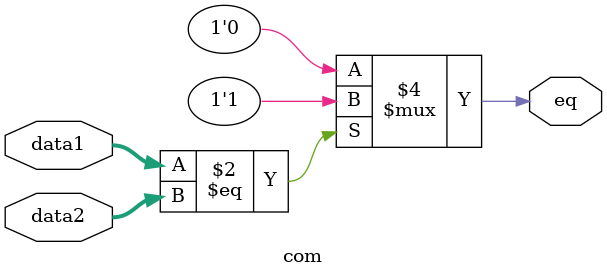
<source format=v>
module com(
    input [3:0] data1,
    input [3:0] data2,
    output reg eq
);

always @* begin
    if (data1 == data2)
        eq = 1'b1;
    else
        eq = 1'b0;
end
endmodule 
</source>
